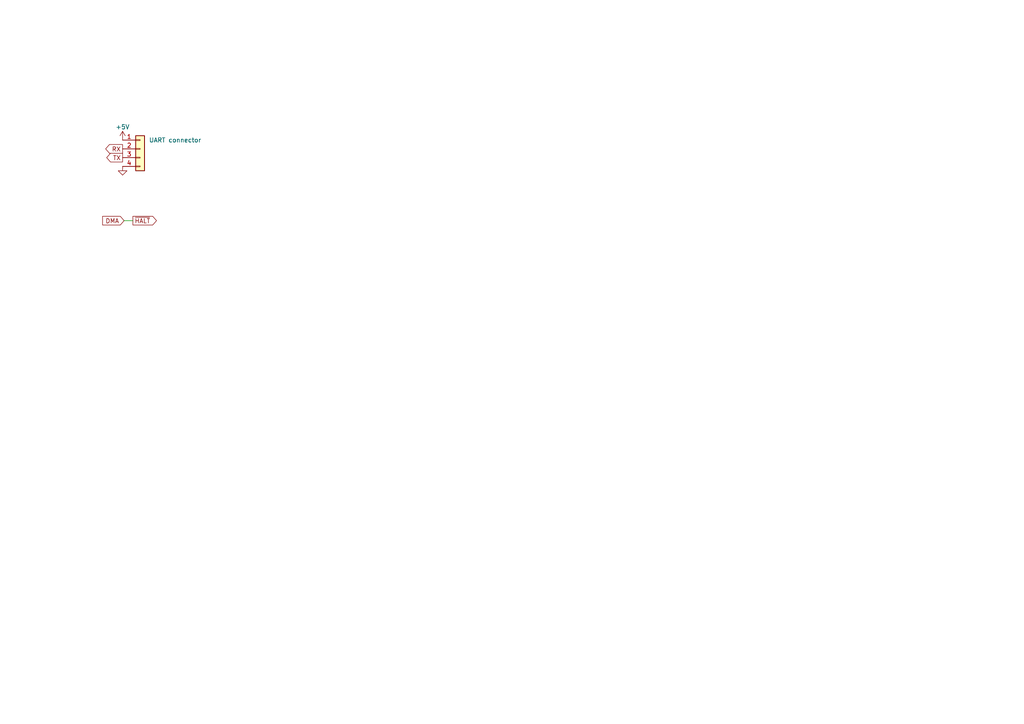
<source format=kicad_sch>
(kicad_sch (version 20230121) (generator eeschema)
  (paper "A4")
  (lib_symbols
    (symbol "Connector_Generic:Conn_01x04" (pin_names (offset 1.016) hide)
      (property "Reference" "J" (at 0 5.08 0))
      (property "Value" "Conn_01x04" (at 0 -7.62 0))
      (symbol "Conn_01x04_1_1"
        (rectangle (start -1.27 -4.953) (end 0 -5.207) (stroke (width 0.1524)))
        (rectangle (start -1.27 -2.413) (end 0 -2.667) (stroke (width 0.1524)))
        (rectangle (start -1.27 0.127) (end 0 -0.127) (stroke (width 0.1524)))
        (rectangle (start -1.27 2.667) (end 0 2.413) (stroke (width 0.1524)))
        (rectangle (start -1.27 3.81) (end 1.27 -6.35) (stroke (width 0.254)) (fill (type background)))
        (pin passive line (at -5.08 2.54 0) (length 3.81) (name "Pin_1") (number "1"))
        (pin passive line (at -5.08 0 0) (length 3.81) (name "Pin_2") (number "2"))
        (pin passive line (at -5.08 -2.54 0) (length 3.81) (name "Pin_3") (number "3"))
        (pin passive line (at -5.08 -5.08 0) (length 3.81) (name "Pin_4") (number "4"))
      )
    )
    (symbol "GND_3" (power) (pin_names (offset 0))
      (property "Value" "GND_3" (at 0 -3.81 0))
      (symbol "GND_3_0_1"
        (polyline (pts (xy 0 0) (xy 0 -1.27) (xy 1.27 -1.27) (xy 0 -2.54) (xy -1.27 -1.27) (xy 0 -1.27)))
      )
      (symbol "GND_3_1_1"
        (pin power_in line (at 0 0 270) (length 0) hide (name "GND") (number "1"))
      )
    )
    (symbol "power:+5V" (power) (pin_names (offset 0))
      (property "Value" "+5V" (at 0 3.556 0))
      (symbol "+5V_0_1"
        (polyline (pts (xy -0.762 1.27) (xy 0 2.54)))
        (polyline (pts (xy 0 0) (xy 0 2.54)))
        (polyline (pts (xy 0 2.54) (xy 0.762 1.27)))
      )
      (symbol "+5V_1_1"
        (pin power_in line (at 0 0 90) (length 0) hide (name "+5V") (number "1"))
      )
    )
  )
  (wire (pts (xy 38.54 64) (xy 36 64)))
  (global_label "DMA" (shape input) (at 36 64 180) (property "Intersheetrefs" "${INTERSHEET_REFS}" (effects hide)))
  (global_label "~{HALT}" (shape output) (at 38.54 64 0) (property "Intersheetrefs" "${INTERSHEET_REFS}" (effects hide)))
  (global_label "TX" (shape output) (at 35.56 45.72 180) (property "Intersheetrefs" "${INTERSHEET_REFS}" (effects hide)))
  (global_label "RX" (shape output) (at 35.56 43.18 180) (property "Intersheetrefs" "${INTERSHEET_REFS}" (effects hide)))
  (symbol (lib_id "Connector_Generic:Conn_01x04") (at 40.64 43.18 0) (unit 1)
    (property "Reference" "J?" (effects hide))
    (property "Value" "UART connector" (at 43.18 40.64 0) (effects (justify left)))
  )
  (symbol (lib_id "power:+5V") (at 35.56 40.64 0) (unit 1)
    (property "Reference" "#PWR041" (effects hide))
    (property "Value" "+5V" (at 35.56 36.83 0))
  )
  (symbol (lib_name "GND_3") (lib_id "power:GND") (at 35.56 48.26 0) (unit 1)
    (property "Reference" "#PWR037" (effects hide))
    (property "Value" "GND" (effects hide))
  )
)
</source>
